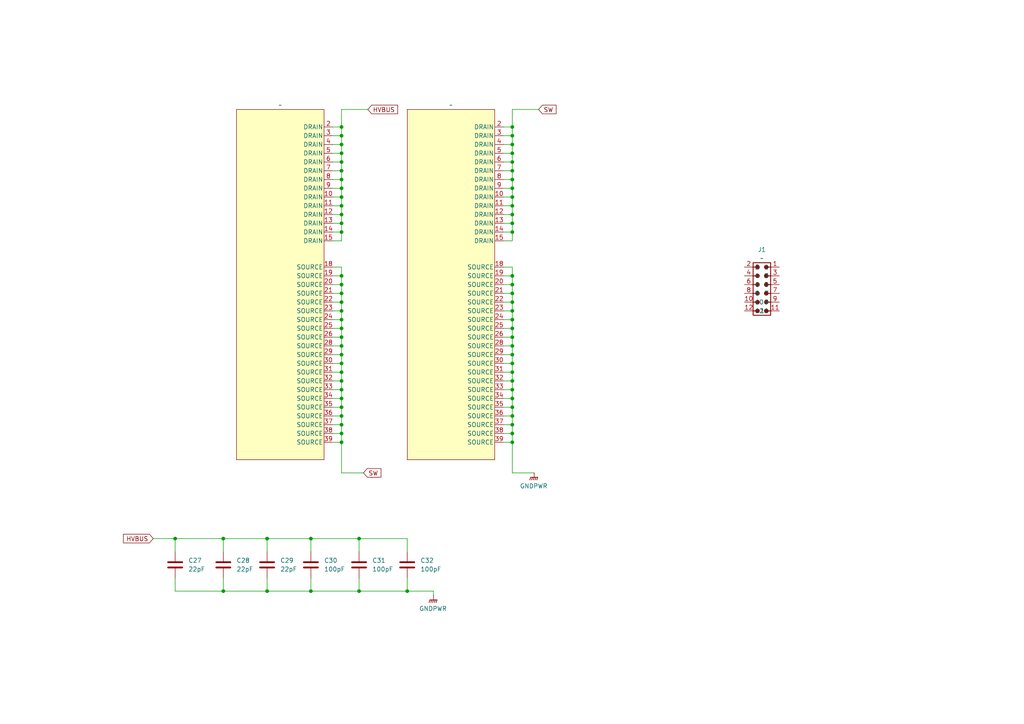
<source format=kicad_sch>
(kicad_sch (version 20250114) (generator "eeschema") (generator_version "9.0")
  (paper "A4")
  (lib_symbols
    (symbol "Device:C" (pin_numbers (hide yes)) (pin_names (offset 0.254))
      (property "Reference" "C" (at 0.635 2.54 0))
      (property "Value" "C" (at 0.635 -2.54 0))
      (symbol "C_0_1"
        (polyline (pts (xy -2.032 0.762) (xy 2.032 0.762)) (stroke (width 0.508)))
        (polyline (pts (xy -2.032 -0.762) (xy 2.032 -0.762)) (stroke (width 0.508)))
      )
      (symbol "C_1_1"
        (pin passive line (at 0 3.81 270) (length 2.794) (name "~") (number "1"))
        (pin passive line (at 0 -3.81 90) (length 2.794) (name "~") (number "2"))
      )
    )
    (symbol "KiCAD_Library-N1-V1.0:LMG3526R030" (pin_names (offset 0.254))
      (symbol "LMG3526R030_1_1"
        (rectangle (start -12.6999 22.2249) (end 12.6999 -22.2249) (fill (type background)))
        (pin input line (at -15.24 16.51 0) (length 2.54) (name "RDRV") (number "50"))
        (pin input line (at -15.24 12.7 0) (length 2.54) (name "IN") (number "45"))
        (pin power_in line (at -15.24 8.89 0) (length 2.54) (name "VDD") (number "44"))
        (pin power_out line (at -15.24 5.08 0) (length 2.54) (name "LDO5V") (number "51"))
        (pin output line (at -15.24 1.27 0) (length 2.54) (name "TEMP") (number "49"))
        (pin output line (at -15.24 -2.54 0) (length 2.54) (name "FAULT") (number "46"))
        (pin output line (at -15.24 -6.35 0) (length 2.54) (name "ZVD/ZCD7OC") (number "48"))
        (pin power_out line (at -15.24 -10.16 0) (length 2.54) (name "BBSW") (number "42"))
        (pin power_out line (at -15.24 -13.97 0) (length 2.54) (name "VNEG") (number "40"))
        (pin power_out line (at -15.24 -17.78 0) (length 2.54) (name "VNEG") (number "41"))
        (pin no_connect line (at 15.24 16.51 180) (length 2.54) (name "NC1") (number "1"))
        (pin no_connect line (at 15.24 12.7 180) (length 2.54) (name "NC1") (number "16"))
        (pin no_connect line (at 15.24 -2.54 180) (length 2.54) (name "NC2") (number "17"))
        (pin no_connect line (at 15.24 -6.35 180) (length 2.54) (name "NC2") (number "27"))
        (pin no_connect line (at 15.24 -10.16 180) (length 2.54) (name "NC2") (number "43"))
        (pin no_connect line (at 15.24 -13.97 180) (length 2.54) (name "NC2") (number "47"))
        (pin no_connect line (at 15.24 -17.78 180) (length 2.54) (name "NC2") (number "52"))
      )
      (symbol "LMG3526R030_2_1"
        (rectangle (start -12.6999 50.7999) (end 12.6999 -50.7999) (fill (type background)))
        (pin power_in line (at 15.24 45.72 180) (length 2.54) (name "DRAIN") (number "2"))
        (pin power_in line (at 15.24 43.18 180) (length 2.54) (name "DRAIN") (number "3"))
        (pin power_in line (at 15.24 40.64 180) (length 2.54) (name "DRAIN") (number "4"))
        (pin power_in line (at 15.24 38.1 180) (length 2.54) (name "DRAIN") (number "5"))
        (pin power_in line (at 15.24 35.56 180) (length 2.54) (name "DRAIN") (number "6"))
        (pin power_in line (at 15.24 33.02 180) (length 2.54) (name "DRAIN") (number "7"))
        (pin power_in line (at 15.24 30.48 180) (length 2.54) (name "DRAIN") (number "8"))
        (pin power_in line (at 15.24 27.94 180) (length 2.54) (name "DRAIN") (number "9"))
        (pin power_in line (at 15.24 25.4 180) (length 2.54) (name "DRAIN") (number "10"))
        (pin power_in line (at 15.24 22.86 180) (length 2.54) (name "DRAIN") (number "11"))
        (pin power_in line (at 15.24 20.32 180) (length 2.54) (name "DRAIN") (number "12"))
        (pin power_in line (at 15.24 17.78 180) (length 2.54) (name "DRAIN") (number "13"))
        (pin power_in line (at 15.24 15.24 180) (length 2.54) (name "DRAIN") (number "14"))
        (pin power_in line (at 15.24 12.7 180) (length 2.54) (name "DRAIN") (number "15"))
        (pin power_out line (at 15.24 5.08 180) (length 2.54) (name "SOURCE") (number "18"))
        (pin power_out line (at 15.24 2.54 180) (length 2.54) (name "SOURCE") (number "19"))
        (pin power_out line (at 15.24 0 180) (length 2.54) (name "SOURCE") (number "20"))
        (pin power_out line (at 15.24 -2.54 180) (length 2.54) (name "SOURCE") (number "21"))
        (pin power_out line (at 15.24 -5.08 180) (length 2.54) (name "SOURCE") (number "22"))
        (pin power_out line (at 15.24 -7.62 180) (length 2.54) (name "SOURCE") (number "23"))
        (pin power_out line (at 15.24 -10.16 180) (length 2.54) (name "SOURCE") (number "24"))
        (pin power_out line (at 15.24 -12.7 180) (length 2.54) (name "SOURCE") (number "25"))
        (pin power_out line (at 15.24 -15.24 180) (length 2.54) (name "SOURCE") (number "26"))
        (pin power_out line (at 15.24 -17.78 180) (length 2.54) (name "SOURCE") (number "28"))
        (pin power_out line (at 15.24 -20.32 180) (length 2.54) (name "SOURCE") (number "29"))
        (pin power_out line (at 15.24 -22.86 180) (length 2.54) (name "SOURCE") (number "30"))
        (pin power_out line (at 15.24 -25.4 180) (length 2.54) (name "SOURCE") (number "31"))
        (pin power_out line (at 15.24 -27.94 180) (length 2.54) (name "SOURCE") (number "32"))
        (pin power_out line (at 15.24 -30.48 180) (length 2.54) (name "SOURCE") (number "33"))
        (pin power_out line (at 15.24 -33.02 180) (length 2.54) (name "SOURCE") (number "34"))
        (pin power_out line (at 15.24 -35.56 180) (length 2.54) (name "SOURCE") (number "35"))
        (pin power_out line (at 15.24 -38.1 180) (length 2.54) (name "SOURCE") (number "36"))
        (pin power_out line (at 15.24 -40.64 180) (length 2.54) (name "SOURCE") (number "37"))
        (pin power_out line (at 15.24 -43.18 180) (length 2.54) (name "SOURCE") (number "38"))
        (pin power_out line (at 15.24 -45.72 180) (length 2.54) (name "SOURCE") (number "39"))
      )
    )
    (symbol "KiCAD_Library-N1-V1.0:PinHeader2x6_Angled"
      (property "Reference" "J?" (at -10.414 5.588 0))
      (symbol "PinHeader2x6_Angled_1_1"
        (polyline (pts (xy -6.35 1.778) (xy -6.35 2.54)) (stroke (width 0.254)))
        (circle (center -6.35 1.27) (radius 0.508) (stroke (width 0.254)) (fill (type outline)))
        (circle (center -6.35 -1.27) (radius 0.508) (stroke (width 0.254)) (fill (type outline)))
        (polyline (pts (xy -6.35 -1.778) (xy -6.35 -2.54)) (stroke (width 0.254)))
        (polyline (pts (xy -3.81 1.778) (xy -3.81 2.54)) (stroke (width 0.254)))
        (circle (center -3.81 1.27) (radius 0.508) (stroke (width 0.254)) (fill (type outline)))
        (circle (center -3.81 -1.27) (radius 0.508) (stroke (width 0.254)) (fill (type outline)))
        (polyline (pts (xy -3.81 -1.778) (xy -3.81 -2.54)) (stroke (width 0.254)))
        (polyline (pts (xy -1.27 1.778) (xy -1.27 2.54)) (stroke (width 0.254)))
        (circle (center -1.27 1.27) (radius 0.508) (stroke (width 0.254)) (fill (type outline)))
        (circle (center -1.27 -1.27) (radius 0.508) (stroke (width 0.254)) (fill (type outline)))
        (polyline (pts (xy -1.27 -1.778) (xy -1.27 -2.54)) (stroke (width 0.254)))
        (polyline (pts (xy 1.27 1.778) (xy 1.27 2.54)) (stroke (width 0.254)))
        (circle (center 1.27 1.27) (radius 0.508) (stroke (width 0.254)) (fill (type outline)))
        (circle (center 1.27 -1.27) (radius 0.508) (stroke (width 0.254)) (fill (type outline)))
        (polyline (pts (xy 1.27 -1.778) (xy 1.27 -2.54)) (stroke (width 0.254)))
        (polyline (pts (xy 3.81 1.778) (xy 3.81 2.54)) (stroke (width 0.254)))
        (circle (center 3.81 1.27) (radius 0.508) (stroke (width 0.254)) (fill (type outline)))
        (circle (center 3.81 -1.27) (radius 0.508) (stroke (width 0.254)) (fill (type outline)))
        (polyline (pts (xy 3.81 -1.778) (xy 3.81 -2.54)) (stroke (width 0.254)))
        (polyline (pts (xy 6.35 1.778) (xy 6.35 2.54)) (stroke (width 0.254)))
        (circle (center 6.35 1.27) (radius 0.508) (stroke (width 0.254)) (fill (type outline)))
        (circle (center 6.35 -1.27) (radius 0.508) (stroke (width 0.254)) (fill (type outline)))
        (polyline (pts (xy 6.35 -1.778) (xy 6.35 -2.54)) (stroke (width 0.254)))
        (rectangle (start 7.62 2.54) (end -7.62 -2.54) (stroke (width 0.254)))
        (pin passive line (at -6.35 5.08 270) (length 2.54) (name "12") (number "12"))
        (pin passive line (at -6.35 -5.08 90) (length 2.54) (name "11") (number "11"))
        (pin passive line (at -3.81 5.08 270) (length 2.54) (name "10") (number "10"))
        (pin passive line (at -3.81 -5.08 90) (length 2.54) (name "9") (number "9"))
        (pin passive line (at -1.27 5.08 270) (length 2.54) (name "8") (number "8"))
        (pin passive line (at -1.27 -5.08 90) (length 2.54) (name "7") (number "7"))
        (pin passive line (at 1.27 5.08 270) (length 2.54) (name "6") (number "6"))
        (pin passive line (at 1.27 -5.08 90) (length 2.54) (name "5") (number "5"))
        (pin passive line (at 3.81 5.08 270) (length 2.54) (name "4") (number "4"))
        (pin passive line (at 3.81 -5.08 90) (length 2.54) (name "3") (number "3"))
        (pin passive line (at 6.35 5.08 270) (length 2.54) (name "2") (number "2"))
        (pin passive line (at 6.35 -5.08 90) (length 2.54) (name "1") (number "1"))
      )
    )
    (symbol "power:GNDPWR" (power) (pin_numbers (hide yes)) (pin_names (offset 0) (hide yes))
      (property "Value" "GNDPWR" (at 0 -3.302 0))
      (symbol "GNDPWR_0_1"
        (polyline (pts (xy -1.016 -1.27) (xy -1.27 -2.032) (xy -1.27 -2.032)) (stroke (width 0.2032)))
        (polyline (pts (xy -0.508 -1.27) (xy -0.762 -2.032) (xy -0.762 -2.032)) (stroke (width 0.2032)))
        (polyline (pts (xy 0 -1.27) (xy 0 0)))
        (polyline (pts (xy 0 -1.27) (xy -0.254 -2.032) (xy -0.254 -2.032)) (stroke (width 0.2032)))
        (polyline (pts (xy 0.508 -1.27) (xy 0.254 -2.032) (xy 0.254 -2.032)) (stroke (width 0.2032)))
        (polyline (pts (xy 1.016 -1.27) (xy -1.016 -1.27) (xy -1.016 -1.27)) (stroke (width 0.2032)))
        (polyline (pts (xy 1.016 -1.27) (xy 0.762 -2.032) (xy 0.762 -2.032) (xy 0.762 -2.032)) (stroke (width 0.2032)))
      )
      (symbol "GNDPWR_1_1"
        (pin power_in line (at 0 0 270) (length 0) (name "~") (number "1"))
      )
    )
  )
  (junction (at 148.59 64.77))
  (junction (at 99.06 62.23))
  (junction (at 99.06 95.25))
  (junction (at 99.06 118.11))
  (junction (at 148.59 49.53))
  (junction (at 99.06 120.65))
  (junction (at 148.59 123.19))
  (junction (at 99.06 107.95))
  (junction (at 148.59 62.23))
  (junction (at 104.14 171.45))
  (junction (at 99.06 59.69))
  (junction (at 148.59 100.33))
  (junction (at 148.59 87.63))
  (junction (at 148.59 97.79))
  (junction (at 99.06 97.79))
  (junction (at 99.06 85.09))
  (junction (at 148.59 113.03))
  (junction (at 148.59 39.37))
  (junction (at 99.06 54.61))
  (junction (at 148.59 54.61))
  (junction (at 50.8 156.21))
  (junction (at 99.06 82.55))
  (junction (at 99.06 100.33))
  (junction (at 99.06 44.45))
  (junction (at 99.06 41.91))
  (junction (at 148.59 115.57))
  (junction (at 99.06 80.01))
  (junction (at 99.06 90.17))
  (junction (at 148.59 52.07))
  (junction (at 148.59 118.11))
  (junction (at 99.06 115.57))
  (junction (at 148.59 90.17))
  (junction (at 148.59 36.83))
  (junction (at 148.59 59.69))
  (junction (at 99.06 67.31))
  (junction (at 148.59 125.73))
  (junction (at 99.06 92.71))
  (junction (at 148.59 57.15))
  (junction (at 99.06 52.07))
  (junction (at 99.06 64.77))
  (junction (at 99.06 125.73))
  (junction (at 64.77 171.45))
  (junction (at 99.06 39.37))
  (junction (at 148.59 46.99))
  (junction (at 77.47 171.45))
  (junction (at 99.06 87.63))
  (junction (at 148.59 92.71))
  (junction (at 148.59 128.27))
  (junction (at 99.06 123.19))
  (junction (at 148.59 67.31))
  (junction (at 148.59 82.55))
  (junction (at 77.47 156.21))
  (junction (at 99.06 102.87))
  (junction (at 148.59 95.25))
  (junction (at 118.11 171.45))
  (junction (at 148.59 110.49))
  (junction (at 148.59 102.87))
  (junction (at 99.06 105.41))
  (junction (at 104.14 156.21))
  (junction (at 99.06 46.99))
  (junction (at 148.59 41.91))
  (junction (at 99.06 57.15))
  (junction (at 90.17 156.21))
  (junction (at 148.59 107.95))
  (junction (at 90.17 171.45))
  (junction (at 148.59 120.65))
  (junction (at 148.59 85.09))
  (junction (at 99.06 113.03))
  (junction (at 148.59 80.01))
  (junction (at 99.06 110.49))
  (junction (at 148.59 44.45))
  (junction (at 99.06 49.53))
  (junction (at 64.77 156.21))
  (junction (at 99.06 128.27))
  (junction (at 148.59 105.41))
  (junction (at 99.06 36.83))
  (wire (pts (xy 50.8 171.45) (xy 50.8 167.64)))
  (wire (pts (xy 146.05 113.03) (xy 148.59 113.03)))
  (wire (pts (xy 50.8 156.21) (xy 64.77 156.21)))
  (wire (pts (xy 148.59 123.19) (xy 148.59 120.65)))
  (wire (pts (xy 99.06 44.45) (xy 99.06 46.99)))
  (wire (pts (xy 96.52 69.85) (xy 99.06 69.85)))
  (wire (pts (xy 99.06 100.33) (xy 99.06 97.79)))
  (wire (pts (xy 104.14 156.21) (xy 118.11 156.21)))
  (wire (pts (xy 96.52 92.71) (xy 99.06 92.71)))
  (wire (pts (xy 96.52 118.11) (xy 99.06 118.11)))
  (wire (pts (xy 96.52 77.47) (xy 99.06 77.47)))
  (wire (pts (xy 146.05 95.25) (xy 148.59 95.25)))
  (wire (pts (xy 96.52 52.07) (xy 99.06 52.07)))
  (wire (pts (xy 146.05 123.19) (xy 148.59 123.19)))
  (wire (pts (xy 99.06 137.16) (xy 105.41 137.16)))
  (wire (pts (xy 77.47 167.64) (xy 77.47 171.45)))
  (wire (pts (xy 99.06 31.75) (xy 99.06 36.83)))
  (wire (pts (xy 99.06 95.25) (xy 99.06 92.71)))
  (wire (pts (xy 146.05 115.57) (xy 148.59 115.57)))
  (wire (pts (xy 148.59 137.16) (xy 154.94 137.16)))
  (wire (pts (xy 146.05 64.77) (xy 148.59 64.77)))
  (wire (pts (xy 99.06 118.11) (xy 99.06 115.57)))
  (wire (pts (xy 90.17 156.21) (xy 104.14 156.21)))
  (wire (pts (xy 146.05 97.79) (xy 148.59 97.79)))
  (wire (pts (xy 99.06 120.65) (xy 99.06 118.11)))
  (wire (pts (xy 96.52 82.55) (xy 99.06 82.55)))
  (wire (pts (xy 148.59 82.55) (xy 148.59 80.01)))
  (wire (pts (xy 99.06 82.55) (xy 99.06 80.01)))
  (wire (pts (xy 96.52 67.31) (xy 99.06 67.31)))
  (wire (pts (xy 148.59 118.11) (xy 148.59 115.57)))
  (wire (pts (xy 96.52 62.23) (xy 99.06 62.23)))
  (wire (pts (xy 99.06 80.01) (xy 99.06 77.47)))
  (wire (pts (xy 99.06 107.95) (xy 99.06 105.41)))
  (wire (pts (xy 146.05 57.15) (xy 148.59 57.15)))
  (wire (pts (xy 96.52 46.99) (xy 99.06 46.99)))
  (wire (pts (xy 99.06 137.16) (xy 99.06 128.27)))
  (wire (pts (xy 99.06 31.75) (xy 106.68 31.75)))
  (wire (pts (xy 146.05 59.69) (xy 148.59 59.69)))
  (wire (pts (xy 148.59 49.53) (xy 148.59 52.07)))
  (wire (pts (xy 96.52 125.73) (xy 99.06 125.73)))
  (wire (pts (xy 99.06 105.41) (xy 99.06 102.87)))
  (wire (pts (xy 77.47 156.21) (xy 77.47 160.02)))
  (wire (pts (xy 118.11 167.64) (xy 118.11 171.45)))
  (wire (pts (xy 96.52 97.79) (xy 99.06 97.79)))
  (wire (pts (xy 96.52 107.95) (xy 99.06 107.95)))
  (wire (pts (xy 146.05 52.07) (xy 148.59 52.07)))
  (wire (pts (xy 146.05 41.91) (xy 148.59 41.91)))
  (wire (pts (xy 50.8 156.21) (xy 50.8 160.02)))
  (wire (pts (xy 96.52 41.91) (xy 99.06 41.91)))
  (wire (pts (xy 148.59 113.03) (xy 148.59 110.49)))
  (wire (pts (xy 146.05 110.49) (xy 148.59 110.49)))
  (wire (pts (xy 146.05 87.63) (xy 148.59 87.63)))
  (wire (pts (xy 96.52 110.49) (xy 99.06 110.49)))
  (wire (pts (xy 148.59 102.87) (xy 148.59 100.33)))
  (wire (pts (xy 104.14 167.64) (xy 104.14 171.45)))
  (wire (pts (xy 99.06 54.61) (xy 99.06 57.15)))
  (wire (pts (xy 99.06 113.03) (xy 99.06 110.49)))
  (wire (pts (xy 148.59 54.61) (xy 148.59 57.15)))
  (wire (pts (xy 148.59 137.16) (xy 148.59 128.27)))
  (wire (pts (xy 148.59 62.23) (xy 148.59 64.77)))
  (wire (pts (xy 148.59 120.65) (xy 148.59 118.11)))
  (wire (pts (xy 148.59 90.17) (xy 148.59 87.63)))
  (wire (pts (xy 146.05 54.61) (xy 148.59 54.61)))
  (wire (pts (xy 96.52 95.25) (xy 99.06 95.25)))
  (wire (pts (xy 148.59 46.99) (xy 148.59 49.53)))
  (wire (pts (xy 104.14 171.45) (xy 90.17 171.45)))
  (wire (pts (xy 96.52 59.69) (xy 99.06 59.69)))
  (wire (pts (xy 44.45 156.21) (xy 50.8 156.21)))
  (wire (pts (xy 99.06 102.87) (xy 99.06 100.33)))
  (wire (pts (xy 146.05 128.27) (xy 148.59 128.27)))
  (wire (pts (xy 96.52 128.27) (xy 99.06 128.27)))
  (wire (pts (xy 125.73 172.72) (xy 125.73 171.45)))
  (wire (pts (xy 146.05 67.31) (xy 148.59 67.31)))
  (wire (pts (xy 96.52 105.41) (xy 99.06 105.41)))
  (wire (pts (xy 99.06 128.27) (xy 99.06 125.73)))
  (wire (pts (xy 99.06 41.91) (xy 99.06 44.45)))
  (wire (pts (xy 99.06 85.09) (xy 99.06 82.55)))
  (wire (pts (xy 99.06 49.53) (xy 99.06 52.07)))
  (wire (pts (xy 118.11 171.45) (xy 104.14 171.45)))
  (wire (pts (xy 96.52 39.37) (xy 99.06 39.37)))
  (wire (pts (xy 96.52 54.61) (xy 99.06 54.61)))
  (wire (pts (xy 99.06 59.69) (xy 99.06 62.23)))
  (wire (pts (xy 90.17 171.45) (xy 77.47 171.45)))
  (wire (pts (xy 148.59 67.31) (xy 148.59 69.85)))
  (wire (pts (xy 148.59 64.77) (xy 148.59 67.31)))
  (wire (pts (xy 146.05 120.65) (xy 148.59 120.65)))
  (wire (pts (xy 148.59 36.83) (xy 148.59 39.37)))
  (wire (pts (xy 148.59 87.63) (xy 148.59 85.09)))
  (wire (pts (xy 99.06 115.57) (xy 99.06 113.03)))
  (wire (pts (xy 148.59 110.49) (xy 148.59 107.95)))
  (wire (pts (xy 146.05 102.87) (xy 148.59 102.87)))
  (wire (pts (xy 148.59 107.95) (xy 148.59 105.41)))
  (wire (pts (xy 99.06 52.07) (xy 99.06 54.61)))
  (wire (pts (xy 148.59 92.71) (xy 148.59 90.17)))
  (wire (pts (xy 146.05 85.09) (xy 148.59 85.09)))
  (wire (pts (xy 148.59 115.57) (xy 148.59 113.03)))
  (wire (pts (xy 146.05 39.37) (xy 148.59 39.37)))
  (wire (pts (xy 77.47 171.45) (xy 64.77 171.45)))
  (wire (pts (xy 96.52 120.65) (xy 99.06 120.65)))
  (wire (pts (xy 99.06 110.49) (xy 99.06 107.95)))
  (wire (pts (xy 99.06 125.73) (xy 99.06 123.19)))
  (wire (pts (xy 148.59 125.73) (xy 148.59 123.19)))
  (wire (pts (xy 64.77 171.45) (xy 50.8 171.45)))
  (wire (pts (xy 96.52 49.53) (xy 99.06 49.53)))
  (wire (pts (xy 148.59 128.27) (xy 148.59 125.73)))
  (wire (pts (xy 148.59 105.41) (xy 148.59 102.87)))
  (wire (pts (xy 99.06 46.99) (xy 99.06 49.53)))
  (wire (pts (xy 96.52 85.09) (xy 99.06 85.09)))
  (wire (pts (xy 148.59 97.79) (xy 148.59 95.25)))
  (wire (pts (xy 146.05 107.95) (xy 148.59 107.95)))
  (wire (pts (xy 90.17 156.21) (xy 90.17 160.02)))
  (wire (pts (xy 146.05 69.85) (xy 148.59 69.85)))
  (wire (pts (xy 64.77 167.64) (xy 64.77 171.45)))
  (wire (pts (xy 99.06 123.19) (xy 99.06 120.65)))
  (wire (pts (xy 148.59 41.91) (xy 148.59 44.45)))
  (wire (pts (xy 146.05 46.99) (xy 148.59 46.99)))
  (wire (pts (xy 148.59 59.69) (xy 148.59 62.23)))
  (wire (pts (xy 148.59 85.09) (xy 148.59 82.55)))
  (wire (pts (xy 96.52 44.45) (xy 99.06 44.45)))
  (wire (pts (xy 148.59 57.15) (xy 148.59 59.69)))
  (wire (pts (xy 146.05 82.55) (xy 148.59 82.55)))
  (wire (pts (xy 148.59 31.75) (xy 148.59 36.83)))
  (wire (pts (xy 125.73 171.45) (xy 118.11 171.45)))
  (wire (pts (xy 96.52 64.77) (xy 99.06 64.77)))
  (wire (pts (xy 99.06 57.15) (xy 99.06 59.69)))
  (wire (pts (xy 77.47 156.21) (xy 90.17 156.21)))
  (wire (pts (xy 99.06 39.37) (xy 99.06 41.91)))
  (wire (pts (xy 146.05 77.47) (xy 148.59 77.47)))
  (wire (pts (xy 96.52 102.87) (xy 99.06 102.87)))
  (wire (pts (xy 96.52 36.83) (xy 99.06 36.83)))
  (wire (pts (xy 146.05 100.33) (xy 148.59 100.33)))
  (wire (pts (xy 146.05 62.23) (xy 148.59 62.23)))
  (wire (pts (xy 99.06 36.83) (xy 99.06 39.37)))
  (wire (pts (xy 146.05 105.41) (xy 148.59 105.41)))
  (wire (pts (xy 90.17 167.64) (xy 90.17 171.45)))
  (wire (pts (xy 99.06 64.77) (xy 99.06 67.31)))
  (wire (pts (xy 148.59 31.75) (xy 156.21 31.75)))
  (wire (pts (xy 96.52 87.63) (xy 99.06 87.63)))
  (wire (pts (xy 64.77 156.21) (xy 64.77 160.02)))
  (wire (pts (xy 148.59 39.37) (xy 148.59 41.91)))
  (wire (pts (xy 99.06 67.31) (xy 99.06 69.85)))
  (wire (pts (xy 146.05 36.83) (xy 148.59 36.83)))
  (wire (pts (xy 146.05 118.11) (xy 148.59 118.11)))
  (wire (pts (xy 146.05 44.45) (xy 148.59 44.45)))
  (wire (pts (xy 104.14 156.21) (xy 104.14 160.02)))
  (wire (pts (xy 96.52 123.19) (xy 99.06 123.19)))
  (wire (pts (xy 118.11 160.02) (xy 118.11 156.21)))
  (wire (pts (xy 148.59 44.45) (xy 148.59 46.99)))
  (wire (pts (xy 148.59 95.25) (xy 148.59 92.71)))
  (wire (pts (xy 96.52 80.01) (xy 99.06 80.01)))
  (wire (pts (xy 99.06 87.63) (xy 99.06 85.09)))
  (wire (pts (xy 148.59 80.01) (xy 148.59 77.47)))
  (wire (pts (xy 99.06 97.79) (xy 99.06 95.25)))
  (wire (pts (xy 99.06 62.23) (xy 99.06 64.77)))
  (wire (pts (xy 146.05 92.71) (xy 148.59 92.71)))
  (wire (pts (xy 96.52 57.15) (xy 99.06 57.15)))
  (wire (pts (xy 96.52 115.57) (xy 99.06 115.57)))
  (wire (pts (xy 146.05 90.17) (xy 148.59 90.17)))
  (wire (pts (xy 96.52 113.03) (xy 99.06 113.03)))
  (wire (pts (xy 99.06 92.71) (xy 99.06 90.17)))
  (wire (pts (xy 64.77 156.21) (xy 77.47 156.21)))
  (wire (pts (xy 99.06 90.17) (xy 99.06 87.63)))
  (wire (pts (xy 96.52 100.33) (xy 99.06 100.33)))
  (wire (pts (xy 96.52 90.17) (xy 99.06 90.17)))
  (wire (pts (xy 146.05 125.73) (xy 148.59 125.73)))
  (wire (pts (xy 148.59 52.07) (xy 148.59 54.61)))
  (wire (pts (xy 146.05 80.01) (xy 148.59 80.01)))
  (wire (pts (xy 148.59 100.33) (xy 148.59 97.79)))
  (wire (pts (xy 146.05 49.53) (xy 148.59 49.53)))
  (global_label "SW" (shape input) (at 156.21 31.75 0) (property "Intersheetrefs" "${INTERSHEET_REFS}" (effects (hide yes))))
  (global_label "HVBUS" (shape input) (at 44.45 156.21 180) (property "Intersheetrefs" "${INTERSHEET_REFS}" (effects (hide yes))))
  (global_label "SW" (shape input) (at 105.41 137.16 0) (property "Intersheetrefs" "${INTERSHEET_REFS}" (effects (hide yes))))
  (global_label "HVBUS" (shape input) (at 106.68 31.75 0) (property "Intersheetrefs" "${INTERSHEET_REFS}" (effects (hide yes))))
  (symbol (lib_id "KiCAD_Library-N1-V1.0:LMG3526R030") (at 81.28 82.55 0) (unit 2)
    (property "Reference" "U7" (effects (hide yes)))
    (property "Value" "~" (at 81.28 30.48 0))
    (property "Footprint" "KiCAD_Library-N1-V1.0:LMG352x" (effects (hide yes)))
  )
  (symbol (lib_id "power:GNDPWR") (at 154.94 137.16 0) (unit 1)
    (property "Reference" "#PWR022" (effects (hide yes)))
    (property "Value" "GNDPWR" (at 154.813 140.97 0))
    (property "Description" "Power symbol creates a global label with name \"GNDPWR\" , global ground" (effects (hide yes)))
  )
  (symbol (lib_id "Device:C") (at 64.77 163.83 0) (unit 1)
    (property "Reference" "C28" (at 68.58 162.5599 0) (effects (justify left)))
    (property "Value" "22pF" (at 68.58 165.0999 0) (effects (justify left)))
    (property "Footprint" "Capacitor_SMD:C_1210_3225Metric_Pad1.33x2.70mm_HandSolder" (effects (hide yes)))
    (property "Description" "Unpolarized capacitor" (effects (hide yes)))
  )
  (symbol (lib_id "Device:C") (at 77.47 163.83 0) (unit 1)
    (property "Reference" "C29" (at 81.28 162.5599 0) (effects (justify left)))
    (property "Value" "22pF" (at 81.28 165.0999 0) (effects (justify left)))
    (property "Footprint" "Capacitor_SMD:C_1210_3225Metric_Pad1.33x2.70mm_HandSolder" (effects (hide yes)))
    (property "Description" "Unpolarized capacitor" (effects (hide yes)))
  )
  (symbol (lib_id "Device:C") (at 104.14 163.83 0) (unit 1)
    (property "Reference" "C31" (at 107.95 162.5599 0) (effects (justify left)))
    (property "Value" "100pF" (at 107.95 165.0999 0) (effects (justify left)))
    (property "Footprint" "Capacitor_SMD:C_1206_3216Metric_Pad1.33x1.80mm_HandSolder" (effects (hide yes)))
    (property "Description" "Unpolarized capacitor" (effects (hide yes)))
  )
  (symbol (lib_id "power:GNDPWR") (at 125.73 172.72 0) (unit 1)
    (property "Reference" "#PWR023" (effects (hide yes)))
    (property "Value" "GNDPWR" (at 125.603 176.53 0))
    (property "Description" "Power symbol creates a global label with name \"GNDPWR\" , global ground" (effects (hide yes)))
  )
  (symbol (lib_id "Device:C") (at 90.17 163.83 0) (unit 1)
    (property "Reference" "C30" (at 93.98 162.5599 0) (effects (justify left)))
    (property "Value" "100pF" (at 93.98 165.0999 0) (effects (justify left)))
    (property "Footprint" "Capacitor_SMD:C_1206_3216Metric_Pad1.33x1.80mm_HandSolder" (effects (hide yes)))
    (property "Description" "Unpolarized capacitor" (effects (hide yes)))
  )
  (symbol (lib_id "Device:C") (at 118.11 163.83 0) (unit 1)
    (property "Reference" "C32" (at 121.92 162.5599 0) (effects (justify left)))
    (property "Value" "100pF" (at 121.92 165.0999 0) (effects (justify left)))
    (property "Footprint" "Capacitor_SMD:C_1206_3216Metric_Pad1.33x1.80mm_HandSolder" (effects (hide yes)))
    (property "Description" "Unpolarized capacitor" (effects (hide yes)))
  )
  (symbol (lib_id "KiCAD_Library-N1-V1.0:PinHeader2x6_Angled") (at 220.98 83.82 90) (unit 1)
    (property "Reference" "J1" (at 220.98 72.39 90))
    (property "Value" "~" (at 220.98 74.93 90))
    (property "Footprint" "KiCAD_Library-N1-V1.0:PinHeader_2x6_Angled" (effects (hide yes)))
  )
  (symbol (lib_id "Device:C") (at 50.8 163.83 0) (unit 1)
    (property "Reference" "C27" (at 54.61 162.5599 0) (effects (justify left)))
    (property "Value" "22pF" (at 54.61 165.0999 0) (effects (justify left)))
    (property "Footprint" "Capacitor_SMD:C_1210_3225Metric_Pad1.33x2.70mm_HandSolder" (effects (hide yes)))
    (property "Description" "Unpolarized capacitor" (effects (hide yes)))
  )
  (symbol (lib_id "KiCAD_Library-N1-V1.0:LMG3526R030") (at 130.81 82.55 0) (unit 2)
    (property "Reference" "U8" (effects (hide yes)))
    (property "Value" "~" (at 130.81 30.48 0))
    (property "Footprint" "KiCAD_Library-N1-V1.0:LMG352x" (effects (hide yes)))
  )
)
</source>
